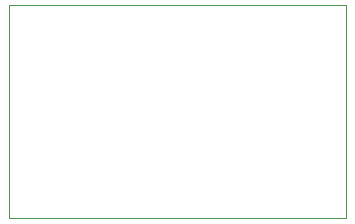
<source format=gm1>
G04 #@! TF.GenerationSoftware,KiCad,Pcbnew,5.1.9-73d0e3b20d~88~ubuntu20.04.1*
G04 #@! TF.CreationDate,2021-01-12T16:18:54+00:00*
G04 #@! TF.ProjectId,LEDsupply,4c454473-7570-4706-9c79-2e6b69636164,rev?*
G04 #@! TF.SameCoordinates,Original*
G04 #@! TF.FileFunction,Profile,NP*
%FSLAX46Y46*%
G04 Gerber Fmt 4.6, Leading zero omitted, Abs format (unit mm)*
G04 Created by KiCad (PCBNEW 5.1.9-73d0e3b20d~88~ubuntu20.04.1) date 2021-01-12 16:18:54*
%MOMM*%
%LPD*%
G01*
G04 APERTURE LIST*
G04 #@! TA.AperFunction,Profile*
%ADD10C,0.050000*%
G04 #@! TD*
G04 APERTURE END LIST*
D10*
X145415000Y-87630000D02*
X116840000Y-87630000D01*
X145415000Y-105664000D02*
X145415000Y-87630000D01*
X116840000Y-105664000D02*
X145415000Y-105664000D01*
X116840000Y-87630000D02*
X116840000Y-105664000D01*
M02*

</source>
